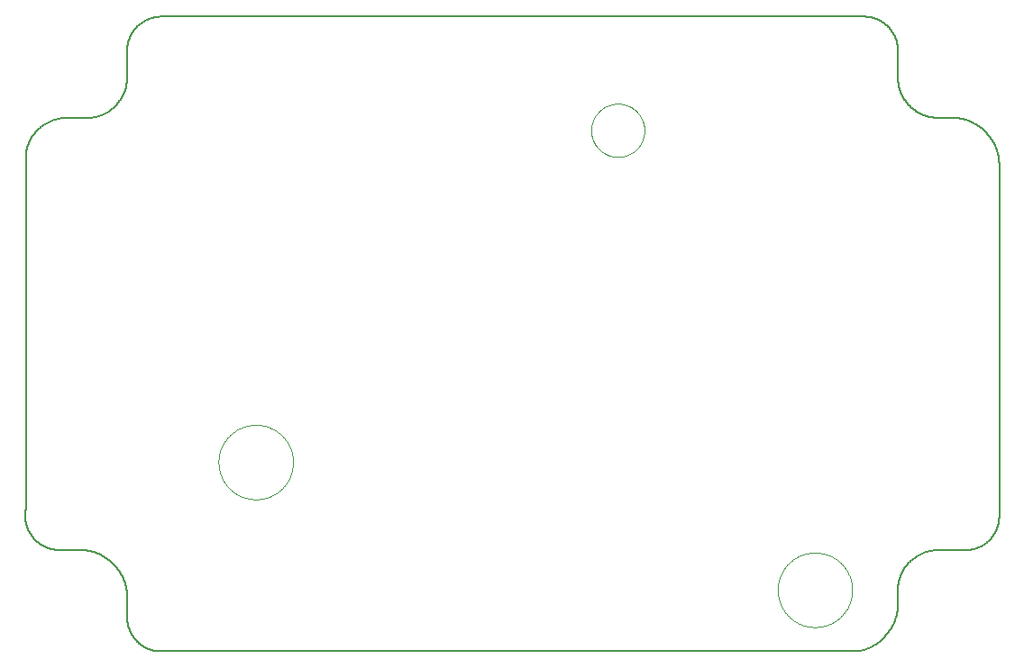
<source format=gko>
G75*
%MOIN*%
%OFA0B0*%
%FSLAX25Y25*%
%IPPOS*%
%LPD*%
%AMOC8*
5,1,8,0,0,1.08239X$1,22.5*
%
%ADD10C,0.00000*%
%ADD11C,0.00600*%
D10*
X0072778Y0072998D02*
X0072782Y0073336D01*
X0072795Y0073674D01*
X0072815Y0074012D01*
X0072844Y0074349D01*
X0072882Y0074685D01*
X0072927Y0075020D01*
X0072981Y0075354D01*
X0073043Y0075686D01*
X0073113Y0076017D01*
X0073191Y0076346D01*
X0073277Y0076673D01*
X0073371Y0076998D01*
X0073474Y0077321D01*
X0073584Y0077640D01*
X0073701Y0077957D01*
X0073827Y0078271D01*
X0073960Y0078582D01*
X0074101Y0078890D01*
X0074249Y0079194D01*
X0074405Y0079494D01*
X0074568Y0079790D01*
X0074738Y0080082D01*
X0074916Y0080370D01*
X0075100Y0080654D01*
X0075292Y0080933D01*
X0075490Y0081207D01*
X0075695Y0081476D01*
X0075906Y0081740D01*
X0076124Y0081999D01*
X0076348Y0082252D01*
X0076578Y0082500D01*
X0076814Y0082742D01*
X0077056Y0082978D01*
X0077304Y0083208D01*
X0077557Y0083432D01*
X0077816Y0083650D01*
X0078080Y0083861D01*
X0078349Y0084066D01*
X0078623Y0084264D01*
X0078902Y0084456D01*
X0079186Y0084640D01*
X0079474Y0084818D01*
X0079766Y0084988D01*
X0080062Y0085151D01*
X0080362Y0085307D01*
X0080666Y0085455D01*
X0080974Y0085596D01*
X0081285Y0085729D01*
X0081599Y0085855D01*
X0081916Y0085972D01*
X0082235Y0086082D01*
X0082558Y0086185D01*
X0082883Y0086279D01*
X0083210Y0086365D01*
X0083539Y0086443D01*
X0083870Y0086513D01*
X0084202Y0086575D01*
X0084536Y0086629D01*
X0084871Y0086674D01*
X0085207Y0086712D01*
X0085544Y0086741D01*
X0085882Y0086761D01*
X0086220Y0086774D01*
X0086558Y0086778D01*
X0086896Y0086774D01*
X0087234Y0086761D01*
X0087572Y0086741D01*
X0087909Y0086712D01*
X0088245Y0086674D01*
X0088580Y0086629D01*
X0088914Y0086575D01*
X0089246Y0086513D01*
X0089577Y0086443D01*
X0089906Y0086365D01*
X0090233Y0086279D01*
X0090558Y0086185D01*
X0090881Y0086082D01*
X0091200Y0085972D01*
X0091517Y0085855D01*
X0091831Y0085729D01*
X0092142Y0085596D01*
X0092450Y0085455D01*
X0092754Y0085307D01*
X0093054Y0085151D01*
X0093350Y0084988D01*
X0093642Y0084818D01*
X0093930Y0084640D01*
X0094214Y0084456D01*
X0094493Y0084264D01*
X0094767Y0084066D01*
X0095036Y0083861D01*
X0095300Y0083650D01*
X0095559Y0083432D01*
X0095812Y0083208D01*
X0096060Y0082978D01*
X0096302Y0082742D01*
X0096538Y0082500D01*
X0096768Y0082252D01*
X0096992Y0081999D01*
X0097210Y0081740D01*
X0097421Y0081476D01*
X0097626Y0081207D01*
X0097824Y0080933D01*
X0098016Y0080654D01*
X0098200Y0080370D01*
X0098378Y0080082D01*
X0098548Y0079790D01*
X0098711Y0079494D01*
X0098867Y0079194D01*
X0099015Y0078890D01*
X0099156Y0078582D01*
X0099289Y0078271D01*
X0099415Y0077957D01*
X0099532Y0077640D01*
X0099642Y0077321D01*
X0099745Y0076998D01*
X0099839Y0076673D01*
X0099925Y0076346D01*
X0100003Y0076017D01*
X0100073Y0075686D01*
X0100135Y0075354D01*
X0100189Y0075020D01*
X0100234Y0074685D01*
X0100272Y0074349D01*
X0100301Y0074012D01*
X0100321Y0073674D01*
X0100334Y0073336D01*
X0100338Y0072998D01*
X0100334Y0072660D01*
X0100321Y0072322D01*
X0100301Y0071984D01*
X0100272Y0071647D01*
X0100234Y0071311D01*
X0100189Y0070976D01*
X0100135Y0070642D01*
X0100073Y0070310D01*
X0100003Y0069979D01*
X0099925Y0069650D01*
X0099839Y0069323D01*
X0099745Y0068998D01*
X0099642Y0068675D01*
X0099532Y0068356D01*
X0099415Y0068039D01*
X0099289Y0067725D01*
X0099156Y0067414D01*
X0099015Y0067106D01*
X0098867Y0066802D01*
X0098711Y0066502D01*
X0098548Y0066206D01*
X0098378Y0065914D01*
X0098200Y0065626D01*
X0098016Y0065342D01*
X0097824Y0065063D01*
X0097626Y0064789D01*
X0097421Y0064520D01*
X0097210Y0064256D01*
X0096992Y0063997D01*
X0096768Y0063744D01*
X0096538Y0063496D01*
X0096302Y0063254D01*
X0096060Y0063018D01*
X0095812Y0062788D01*
X0095559Y0062564D01*
X0095300Y0062346D01*
X0095036Y0062135D01*
X0094767Y0061930D01*
X0094493Y0061732D01*
X0094214Y0061540D01*
X0093930Y0061356D01*
X0093642Y0061178D01*
X0093350Y0061008D01*
X0093054Y0060845D01*
X0092754Y0060689D01*
X0092450Y0060541D01*
X0092142Y0060400D01*
X0091831Y0060267D01*
X0091517Y0060141D01*
X0091200Y0060024D01*
X0090881Y0059914D01*
X0090558Y0059811D01*
X0090233Y0059717D01*
X0089906Y0059631D01*
X0089577Y0059553D01*
X0089246Y0059483D01*
X0088914Y0059421D01*
X0088580Y0059367D01*
X0088245Y0059322D01*
X0087909Y0059284D01*
X0087572Y0059255D01*
X0087234Y0059235D01*
X0086896Y0059222D01*
X0086558Y0059218D01*
X0086220Y0059222D01*
X0085882Y0059235D01*
X0085544Y0059255D01*
X0085207Y0059284D01*
X0084871Y0059322D01*
X0084536Y0059367D01*
X0084202Y0059421D01*
X0083870Y0059483D01*
X0083539Y0059553D01*
X0083210Y0059631D01*
X0082883Y0059717D01*
X0082558Y0059811D01*
X0082235Y0059914D01*
X0081916Y0060024D01*
X0081599Y0060141D01*
X0081285Y0060267D01*
X0080974Y0060400D01*
X0080666Y0060541D01*
X0080362Y0060689D01*
X0080062Y0060845D01*
X0079766Y0061008D01*
X0079474Y0061178D01*
X0079186Y0061356D01*
X0078902Y0061540D01*
X0078623Y0061732D01*
X0078349Y0061930D01*
X0078080Y0062135D01*
X0077816Y0062346D01*
X0077557Y0062564D01*
X0077304Y0062788D01*
X0077056Y0063018D01*
X0076814Y0063254D01*
X0076578Y0063496D01*
X0076348Y0063744D01*
X0076124Y0063997D01*
X0075906Y0064256D01*
X0075695Y0064520D01*
X0075490Y0064789D01*
X0075292Y0065063D01*
X0075100Y0065342D01*
X0074916Y0065626D01*
X0074738Y0065914D01*
X0074568Y0066206D01*
X0074405Y0066502D01*
X0074249Y0066802D01*
X0074101Y0067106D01*
X0073960Y0067414D01*
X0073827Y0067725D01*
X0073701Y0068039D01*
X0073584Y0068356D01*
X0073474Y0068675D01*
X0073371Y0068998D01*
X0073277Y0069323D01*
X0073191Y0069650D01*
X0073113Y0069979D01*
X0073043Y0070310D01*
X0072981Y0070642D01*
X0072927Y0070976D01*
X0072882Y0071311D01*
X0072844Y0071647D01*
X0072815Y0071984D01*
X0072795Y0072322D01*
X0072782Y0072660D01*
X0072778Y0072998D01*
X0210596Y0195835D02*
X0210599Y0196077D01*
X0210608Y0196318D01*
X0210623Y0196559D01*
X0210643Y0196800D01*
X0210670Y0197040D01*
X0210703Y0197279D01*
X0210741Y0197518D01*
X0210785Y0197755D01*
X0210835Y0197992D01*
X0210891Y0198227D01*
X0210953Y0198460D01*
X0211020Y0198692D01*
X0211093Y0198923D01*
X0211171Y0199151D01*
X0211256Y0199377D01*
X0211345Y0199602D01*
X0211440Y0199824D01*
X0211541Y0200043D01*
X0211647Y0200261D01*
X0211758Y0200475D01*
X0211875Y0200687D01*
X0211996Y0200895D01*
X0212123Y0201101D01*
X0212255Y0201303D01*
X0212392Y0201503D01*
X0212533Y0201698D01*
X0212679Y0201891D01*
X0212830Y0202079D01*
X0212986Y0202264D01*
X0213146Y0202445D01*
X0213310Y0202622D01*
X0213479Y0202795D01*
X0213652Y0202964D01*
X0213829Y0203128D01*
X0214010Y0203288D01*
X0214195Y0203444D01*
X0214383Y0203595D01*
X0214576Y0203741D01*
X0214771Y0203882D01*
X0214971Y0204019D01*
X0215173Y0204151D01*
X0215379Y0204278D01*
X0215587Y0204399D01*
X0215799Y0204516D01*
X0216013Y0204627D01*
X0216231Y0204733D01*
X0216450Y0204834D01*
X0216672Y0204929D01*
X0216897Y0205018D01*
X0217123Y0205103D01*
X0217351Y0205181D01*
X0217582Y0205254D01*
X0217814Y0205321D01*
X0218047Y0205383D01*
X0218282Y0205439D01*
X0218519Y0205489D01*
X0218756Y0205533D01*
X0218995Y0205571D01*
X0219234Y0205604D01*
X0219474Y0205631D01*
X0219715Y0205651D01*
X0219956Y0205666D01*
X0220197Y0205675D01*
X0220439Y0205678D01*
X0220681Y0205675D01*
X0220922Y0205666D01*
X0221163Y0205651D01*
X0221404Y0205631D01*
X0221644Y0205604D01*
X0221883Y0205571D01*
X0222122Y0205533D01*
X0222359Y0205489D01*
X0222596Y0205439D01*
X0222831Y0205383D01*
X0223064Y0205321D01*
X0223296Y0205254D01*
X0223527Y0205181D01*
X0223755Y0205103D01*
X0223981Y0205018D01*
X0224206Y0204929D01*
X0224428Y0204834D01*
X0224647Y0204733D01*
X0224865Y0204627D01*
X0225079Y0204516D01*
X0225291Y0204399D01*
X0225499Y0204278D01*
X0225705Y0204151D01*
X0225907Y0204019D01*
X0226107Y0203882D01*
X0226302Y0203741D01*
X0226495Y0203595D01*
X0226683Y0203444D01*
X0226868Y0203288D01*
X0227049Y0203128D01*
X0227226Y0202964D01*
X0227399Y0202795D01*
X0227568Y0202622D01*
X0227732Y0202445D01*
X0227892Y0202264D01*
X0228048Y0202079D01*
X0228199Y0201891D01*
X0228345Y0201698D01*
X0228486Y0201503D01*
X0228623Y0201303D01*
X0228755Y0201101D01*
X0228882Y0200895D01*
X0229003Y0200687D01*
X0229120Y0200475D01*
X0229231Y0200261D01*
X0229337Y0200043D01*
X0229438Y0199824D01*
X0229533Y0199602D01*
X0229622Y0199377D01*
X0229707Y0199151D01*
X0229785Y0198923D01*
X0229858Y0198692D01*
X0229925Y0198460D01*
X0229987Y0198227D01*
X0230043Y0197992D01*
X0230093Y0197755D01*
X0230137Y0197518D01*
X0230175Y0197279D01*
X0230208Y0197040D01*
X0230235Y0196800D01*
X0230255Y0196559D01*
X0230270Y0196318D01*
X0230279Y0196077D01*
X0230282Y0195835D01*
X0230279Y0195593D01*
X0230270Y0195352D01*
X0230255Y0195111D01*
X0230235Y0194870D01*
X0230208Y0194630D01*
X0230175Y0194391D01*
X0230137Y0194152D01*
X0230093Y0193915D01*
X0230043Y0193678D01*
X0229987Y0193443D01*
X0229925Y0193210D01*
X0229858Y0192978D01*
X0229785Y0192747D01*
X0229707Y0192519D01*
X0229622Y0192293D01*
X0229533Y0192068D01*
X0229438Y0191846D01*
X0229337Y0191627D01*
X0229231Y0191409D01*
X0229120Y0191195D01*
X0229003Y0190983D01*
X0228882Y0190775D01*
X0228755Y0190569D01*
X0228623Y0190367D01*
X0228486Y0190167D01*
X0228345Y0189972D01*
X0228199Y0189779D01*
X0228048Y0189591D01*
X0227892Y0189406D01*
X0227732Y0189225D01*
X0227568Y0189048D01*
X0227399Y0188875D01*
X0227226Y0188706D01*
X0227049Y0188542D01*
X0226868Y0188382D01*
X0226683Y0188226D01*
X0226495Y0188075D01*
X0226302Y0187929D01*
X0226107Y0187788D01*
X0225907Y0187651D01*
X0225705Y0187519D01*
X0225499Y0187392D01*
X0225291Y0187271D01*
X0225079Y0187154D01*
X0224865Y0187043D01*
X0224647Y0186937D01*
X0224428Y0186836D01*
X0224206Y0186741D01*
X0223981Y0186652D01*
X0223755Y0186567D01*
X0223527Y0186489D01*
X0223296Y0186416D01*
X0223064Y0186349D01*
X0222831Y0186287D01*
X0222596Y0186231D01*
X0222359Y0186181D01*
X0222122Y0186137D01*
X0221883Y0186099D01*
X0221644Y0186066D01*
X0221404Y0186039D01*
X0221163Y0186019D01*
X0220922Y0186004D01*
X0220681Y0185995D01*
X0220439Y0185992D01*
X0220197Y0185995D01*
X0219956Y0186004D01*
X0219715Y0186019D01*
X0219474Y0186039D01*
X0219234Y0186066D01*
X0218995Y0186099D01*
X0218756Y0186137D01*
X0218519Y0186181D01*
X0218282Y0186231D01*
X0218047Y0186287D01*
X0217814Y0186349D01*
X0217582Y0186416D01*
X0217351Y0186489D01*
X0217123Y0186567D01*
X0216897Y0186652D01*
X0216672Y0186741D01*
X0216450Y0186836D01*
X0216231Y0186937D01*
X0216013Y0187043D01*
X0215799Y0187154D01*
X0215587Y0187271D01*
X0215379Y0187392D01*
X0215173Y0187519D01*
X0214971Y0187651D01*
X0214771Y0187788D01*
X0214576Y0187929D01*
X0214383Y0188075D01*
X0214195Y0188226D01*
X0214010Y0188382D01*
X0213829Y0188542D01*
X0213652Y0188706D01*
X0213479Y0188875D01*
X0213310Y0189048D01*
X0213146Y0189225D01*
X0212986Y0189406D01*
X0212830Y0189591D01*
X0212679Y0189779D01*
X0212533Y0189972D01*
X0212392Y0190167D01*
X0212255Y0190367D01*
X0212123Y0190569D01*
X0211996Y0190775D01*
X0211875Y0190983D01*
X0211758Y0191195D01*
X0211647Y0191409D01*
X0211541Y0191627D01*
X0211440Y0191846D01*
X0211345Y0192068D01*
X0211256Y0192293D01*
X0211171Y0192519D01*
X0211093Y0192747D01*
X0211020Y0192978D01*
X0210953Y0193210D01*
X0210891Y0193443D01*
X0210835Y0193678D01*
X0210785Y0193915D01*
X0210741Y0194152D01*
X0210703Y0194391D01*
X0210670Y0194630D01*
X0210643Y0194870D01*
X0210623Y0195111D01*
X0210608Y0195352D01*
X0210599Y0195593D01*
X0210596Y0195835D01*
X0279559Y0025685D02*
X0279563Y0026023D01*
X0279576Y0026361D01*
X0279596Y0026699D01*
X0279625Y0027036D01*
X0279663Y0027372D01*
X0279708Y0027707D01*
X0279762Y0028041D01*
X0279824Y0028373D01*
X0279894Y0028704D01*
X0279972Y0029033D01*
X0280058Y0029360D01*
X0280152Y0029685D01*
X0280255Y0030008D01*
X0280365Y0030327D01*
X0280482Y0030644D01*
X0280608Y0030958D01*
X0280741Y0031269D01*
X0280882Y0031577D01*
X0281030Y0031881D01*
X0281186Y0032181D01*
X0281349Y0032477D01*
X0281519Y0032769D01*
X0281697Y0033057D01*
X0281881Y0033341D01*
X0282073Y0033620D01*
X0282271Y0033894D01*
X0282476Y0034163D01*
X0282687Y0034427D01*
X0282905Y0034686D01*
X0283129Y0034939D01*
X0283359Y0035187D01*
X0283595Y0035429D01*
X0283837Y0035665D01*
X0284085Y0035895D01*
X0284338Y0036119D01*
X0284597Y0036337D01*
X0284861Y0036548D01*
X0285130Y0036753D01*
X0285404Y0036951D01*
X0285683Y0037143D01*
X0285967Y0037327D01*
X0286255Y0037505D01*
X0286547Y0037675D01*
X0286843Y0037838D01*
X0287143Y0037994D01*
X0287447Y0038142D01*
X0287755Y0038283D01*
X0288066Y0038416D01*
X0288380Y0038542D01*
X0288697Y0038659D01*
X0289016Y0038769D01*
X0289339Y0038872D01*
X0289664Y0038966D01*
X0289991Y0039052D01*
X0290320Y0039130D01*
X0290651Y0039200D01*
X0290983Y0039262D01*
X0291317Y0039316D01*
X0291652Y0039361D01*
X0291988Y0039399D01*
X0292325Y0039428D01*
X0292663Y0039448D01*
X0293001Y0039461D01*
X0293339Y0039465D01*
X0293677Y0039461D01*
X0294015Y0039448D01*
X0294353Y0039428D01*
X0294690Y0039399D01*
X0295026Y0039361D01*
X0295361Y0039316D01*
X0295695Y0039262D01*
X0296027Y0039200D01*
X0296358Y0039130D01*
X0296687Y0039052D01*
X0297014Y0038966D01*
X0297339Y0038872D01*
X0297662Y0038769D01*
X0297981Y0038659D01*
X0298298Y0038542D01*
X0298612Y0038416D01*
X0298923Y0038283D01*
X0299231Y0038142D01*
X0299535Y0037994D01*
X0299835Y0037838D01*
X0300131Y0037675D01*
X0300423Y0037505D01*
X0300711Y0037327D01*
X0300995Y0037143D01*
X0301274Y0036951D01*
X0301548Y0036753D01*
X0301817Y0036548D01*
X0302081Y0036337D01*
X0302340Y0036119D01*
X0302593Y0035895D01*
X0302841Y0035665D01*
X0303083Y0035429D01*
X0303319Y0035187D01*
X0303549Y0034939D01*
X0303773Y0034686D01*
X0303991Y0034427D01*
X0304202Y0034163D01*
X0304407Y0033894D01*
X0304605Y0033620D01*
X0304797Y0033341D01*
X0304981Y0033057D01*
X0305159Y0032769D01*
X0305329Y0032477D01*
X0305492Y0032181D01*
X0305648Y0031881D01*
X0305796Y0031577D01*
X0305937Y0031269D01*
X0306070Y0030958D01*
X0306196Y0030644D01*
X0306313Y0030327D01*
X0306423Y0030008D01*
X0306526Y0029685D01*
X0306620Y0029360D01*
X0306706Y0029033D01*
X0306784Y0028704D01*
X0306854Y0028373D01*
X0306916Y0028041D01*
X0306970Y0027707D01*
X0307015Y0027372D01*
X0307053Y0027036D01*
X0307082Y0026699D01*
X0307102Y0026361D01*
X0307115Y0026023D01*
X0307119Y0025685D01*
X0307115Y0025347D01*
X0307102Y0025009D01*
X0307082Y0024671D01*
X0307053Y0024334D01*
X0307015Y0023998D01*
X0306970Y0023663D01*
X0306916Y0023329D01*
X0306854Y0022997D01*
X0306784Y0022666D01*
X0306706Y0022337D01*
X0306620Y0022010D01*
X0306526Y0021685D01*
X0306423Y0021362D01*
X0306313Y0021043D01*
X0306196Y0020726D01*
X0306070Y0020412D01*
X0305937Y0020101D01*
X0305796Y0019793D01*
X0305648Y0019489D01*
X0305492Y0019189D01*
X0305329Y0018893D01*
X0305159Y0018601D01*
X0304981Y0018313D01*
X0304797Y0018029D01*
X0304605Y0017750D01*
X0304407Y0017476D01*
X0304202Y0017207D01*
X0303991Y0016943D01*
X0303773Y0016684D01*
X0303549Y0016431D01*
X0303319Y0016183D01*
X0303083Y0015941D01*
X0302841Y0015705D01*
X0302593Y0015475D01*
X0302340Y0015251D01*
X0302081Y0015033D01*
X0301817Y0014822D01*
X0301548Y0014617D01*
X0301274Y0014419D01*
X0300995Y0014227D01*
X0300711Y0014043D01*
X0300423Y0013865D01*
X0300131Y0013695D01*
X0299835Y0013532D01*
X0299535Y0013376D01*
X0299231Y0013228D01*
X0298923Y0013087D01*
X0298612Y0012954D01*
X0298298Y0012828D01*
X0297981Y0012711D01*
X0297662Y0012601D01*
X0297339Y0012498D01*
X0297014Y0012404D01*
X0296687Y0012318D01*
X0296358Y0012240D01*
X0296027Y0012170D01*
X0295695Y0012108D01*
X0295361Y0012054D01*
X0295026Y0012009D01*
X0294690Y0011971D01*
X0294353Y0011942D01*
X0294015Y0011922D01*
X0293677Y0011909D01*
X0293339Y0011905D01*
X0293001Y0011909D01*
X0292663Y0011922D01*
X0292325Y0011942D01*
X0291988Y0011971D01*
X0291652Y0012009D01*
X0291317Y0012054D01*
X0290983Y0012108D01*
X0290651Y0012170D01*
X0290320Y0012240D01*
X0289991Y0012318D01*
X0289664Y0012404D01*
X0289339Y0012498D01*
X0289016Y0012601D01*
X0288697Y0012711D01*
X0288380Y0012828D01*
X0288066Y0012954D01*
X0287755Y0013087D01*
X0287447Y0013228D01*
X0287143Y0013376D01*
X0286843Y0013532D01*
X0286547Y0013695D01*
X0286255Y0013865D01*
X0285967Y0014043D01*
X0285683Y0014227D01*
X0285404Y0014419D01*
X0285130Y0014617D01*
X0284861Y0014822D01*
X0284597Y0015033D01*
X0284338Y0015251D01*
X0284085Y0015475D01*
X0283837Y0015705D01*
X0283595Y0015941D01*
X0283359Y0016183D01*
X0283129Y0016431D01*
X0282905Y0016684D01*
X0282687Y0016943D01*
X0282476Y0017207D01*
X0282271Y0017476D01*
X0282073Y0017750D01*
X0281881Y0018029D01*
X0281697Y0018313D01*
X0281519Y0018601D01*
X0281349Y0018893D01*
X0281186Y0019189D01*
X0281030Y0019489D01*
X0280882Y0019793D01*
X0280741Y0020101D01*
X0280608Y0020412D01*
X0280482Y0020726D01*
X0280365Y0021043D01*
X0280255Y0021362D01*
X0280152Y0021685D01*
X0280058Y0022010D01*
X0279972Y0022337D01*
X0279894Y0022666D01*
X0279824Y0022997D01*
X0279762Y0023329D01*
X0279708Y0023663D01*
X0279663Y0023998D01*
X0279625Y0024334D01*
X0279596Y0024671D01*
X0279576Y0025009D01*
X0279563Y0025347D01*
X0279559Y0025685D01*
D11*
X0039008Y0022962D02*
X0039003Y0023385D01*
X0038988Y0023807D01*
X0038962Y0024230D01*
X0038926Y0024651D01*
X0038880Y0025071D01*
X0038824Y0025491D01*
X0038758Y0025908D01*
X0038682Y0026324D01*
X0038596Y0026738D01*
X0038499Y0027150D01*
X0038393Y0027559D01*
X0038277Y0027966D01*
X0038151Y0028370D01*
X0038016Y0028770D01*
X0037871Y0029168D01*
X0037716Y0029561D01*
X0037552Y0029951D01*
X0037378Y0030337D01*
X0037195Y0030718D01*
X0037003Y0031095D01*
X0036802Y0031467D01*
X0036592Y0031834D01*
X0036374Y0032196D01*
X0036146Y0032552D01*
X0035910Y0032903D01*
X0035666Y0033248D01*
X0035413Y0033587D01*
X0035152Y0033920D01*
X0034884Y0034247D01*
X0034607Y0034567D01*
X0034323Y0034880D01*
X0034031Y0035186D01*
X0033732Y0035485D01*
X0033426Y0035777D01*
X0033113Y0036061D01*
X0032793Y0036338D01*
X0032466Y0036606D01*
X0032133Y0036867D01*
X0031794Y0037120D01*
X0031449Y0037364D01*
X0031098Y0037600D01*
X0030742Y0037828D01*
X0030380Y0038046D01*
X0030013Y0038256D01*
X0029641Y0038457D01*
X0029264Y0038649D01*
X0028883Y0038832D01*
X0028497Y0039006D01*
X0028107Y0039170D01*
X0027714Y0039325D01*
X0027316Y0039470D01*
X0026916Y0039605D01*
X0026512Y0039731D01*
X0026105Y0039847D01*
X0025696Y0039953D01*
X0025284Y0040050D01*
X0024870Y0040136D01*
X0024454Y0040212D01*
X0024037Y0040278D01*
X0023617Y0040334D01*
X0023197Y0040380D01*
X0022776Y0040416D01*
X0022353Y0040442D01*
X0021931Y0040457D01*
X0021508Y0040462D01*
X0021508Y0040463D02*
X0014008Y0040463D01*
X0013699Y0040467D01*
X0013390Y0040478D01*
X0013081Y0040497D01*
X0012773Y0040523D01*
X0012466Y0040557D01*
X0012159Y0040598D01*
X0011854Y0040647D01*
X0011550Y0040703D01*
X0011247Y0040767D01*
X0010946Y0040837D01*
X0010647Y0040916D01*
X0010350Y0041001D01*
X0010054Y0041094D01*
X0009762Y0041193D01*
X0009472Y0041300D01*
X0009184Y0041414D01*
X0008899Y0041535D01*
X0008618Y0041663D01*
X0008339Y0041797D01*
X0008064Y0041939D01*
X0007793Y0042087D01*
X0007525Y0042241D01*
X0007261Y0042402D01*
X0007001Y0042569D01*
X0006745Y0042743D01*
X0006493Y0042923D01*
X0006246Y0043109D01*
X0006004Y0043301D01*
X0005766Y0043498D01*
X0005533Y0043702D01*
X0005305Y0043911D01*
X0005082Y0044125D01*
X0004865Y0044345D01*
X0004653Y0044570D01*
X0004446Y0044800D01*
X0004245Y0045036D01*
X0004050Y0045275D01*
X0003861Y0045520D01*
X0003678Y0045769D01*
X0003501Y0046023D01*
X0003330Y0046281D01*
X0003166Y0046542D01*
X0003008Y0046808D01*
X0002856Y0047078D01*
X0002711Y0047351D01*
X0002573Y0047628D01*
X0002441Y0047907D01*
X0002317Y0048190D01*
X0002199Y0048476D01*
X0002088Y0048765D01*
X0001985Y0049056D01*
X0001888Y0049350D01*
X0001799Y0049646D01*
X0001716Y0049944D01*
X0001642Y0050244D01*
X0001574Y0050546D01*
X0001514Y0050850D01*
X0001461Y0051154D01*
X0001416Y0051460D01*
X0001378Y0051767D01*
X0001347Y0052075D01*
X0001324Y0052383D01*
X0001309Y0052692D01*
X0001301Y0053001D01*
X0001301Y0053310D01*
X0001308Y0053620D01*
X0001323Y0053929D01*
X0001345Y0054237D01*
X0001374Y0054545D01*
X0001412Y0054852D01*
X0001456Y0055158D01*
X0001508Y0055463D01*
X0001508Y0055462D02*
X0001508Y0185462D01*
X0001512Y0185824D01*
X0001526Y0186187D01*
X0001547Y0186549D01*
X0001578Y0186910D01*
X0001617Y0187270D01*
X0001665Y0187629D01*
X0001722Y0187987D01*
X0001787Y0188344D01*
X0001861Y0188699D01*
X0001944Y0189052D01*
X0002035Y0189403D01*
X0002134Y0189751D01*
X0002242Y0190097D01*
X0002358Y0190441D01*
X0002483Y0190781D01*
X0002615Y0191118D01*
X0002756Y0191452D01*
X0002905Y0191783D01*
X0003062Y0192110D01*
X0003226Y0192433D01*
X0003398Y0192752D01*
X0003578Y0193066D01*
X0003766Y0193377D01*
X0003961Y0193682D01*
X0004163Y0193983D01*
X0004373Y0194279D01*
X0004589Y0194569D01*
X0004813Y0194855D01*
X0005043Y0195135D01*
X0005280Y0195409D01*
X0005524Y0195677D01*
X0005774Y0195940D01*
X0006030Y0196196D01*
X0006293Y0196446D01*
X0006561Y0196690D01*
X0006835Y0196927D01*
X0007115Y0197157D01*
X0007401Y0197381D01*
X0007691Y0197597D01*
X0007987Y0197807D01*
X0008288Y0198009D01*
X0008593Y0198204D01*
X0008904Y0198392D01*
X0009218Y0198572D01*
X0009537Y0198744D01*
X0009860Y0198908D01*
X0010187Y0199065D01*
X0010518Y0199214D01*
X0010852Y0199355D01*
X0011189Y0199487D01*
X0011529Y0199612D01*
X0011873Y0199728D01*
X0012219Y0199836D01*
X0012567Y0199935D01*
X0012918Y0200026D01*
X0013271Y0200109D01*
X0013626Y0200183D01*
X0013983Y0200248D01*
X0014341Y0200305D01*
X0014700Y0200353D01*
X0015060Y0200392D01*
X0015421Y0200423D01*
X0015783Y0200444D01*
X0016146Y0200458D01*
X0016508Y0200462D01*
X0024008Y0200462D01*
X0024370Y0200466D01*
X0024733Y0200480D01*
X0025095Y0200501D01*
X0025456Y0200532D01*
X0025816Y0200571D01*
X0026175Y0200619D01*
X0026533Y0200676D01*
X0026890Y0200741D01*
X0027245Y0200815D01*
X0027598Y0200898D01*
X0027949Y0200989D01*
X0028297Y0201088D01*
X0028643Y0201196D01*
X0028987Y0201312D01*
X0029327Y0201437D01*
X0029664Y0201569D01*
X0029998Y0201710D01*
X0030329Y0201859D01*
X0030656Y0202016D01*
X0030979Y0202180D01*
X0031298Y0202352D01*
X0031612Y0202532D01*
X0031923Y0202720D01*
X0032228Y0202915D01*
X0032529Y0203117D01*
X0032825Y0203327D01*
X0033115Y0203543D01*
X0033401Y0203767D01*
X0033681Y0203997D01*
X0033955Y0204234D01*
X0034223Y0204478D01*
X0034486Y0204728D01*
X0034742Y0204984D01*
X0034992Y0205247D01*
X0035236Y0205515D01*
X0035473Y0205789D01*
X0035703Y0206069D01*
X0035927Y0206355D01*
X0036143Y0206645D01*
X0036353Y0206941D01*
X0036555Y0207242D01*
X0036750Y0207547D01*
X0036938Y0207858D01*
X0037118Y0208172D01*
X0037290Y0208491D01*
X0037454Y0208814D01*
X0037611Y0209141D01*
X0037760Y0209472D01*
X0037901Y0209806D01*
X0038033Y0210143D01*
X0038158Y0210483D01*
X0038274Y0210827D01*
X0038382Y0211173D01*
X0038481Y0211521D01*
X0038572Y0211872D01*
X0038655Y0212225D01*
X0038729Y0212580D01*
X0038794Y0212937D01*
X0038851Y0213295D01*
X0038899Y0213654D01*
X0038938Y0214014D01*
X0038969Y0214375D01*
X0038990Y0214737D01*
X0039004Y0215100D01*
X0039008Y0215462D01*
X0039008Y0225462D01*
X0039012Y0225764D01*
X0039023Y0226066D01*
X0039041Y0226367D01*
X0039066Y0226668D01*
X0039099Y0226969D01*
X0039139Y0227268D01*
X0039186Y0227566D01*
X0039241Y0227864D01*
X0039302Y0228159D01*
X0039371Y0228453D01*
X0039447Y0228746D01*
X0039530Y0229036D01*
X0039620Y0229325D01*
X0039717Y0229611D01*
X0039820Y0229895D01*
X0039931Y0230176D01*
X0040048Y0230454D01*
X0040172Y0230730D01*
X0040303Y0231002D01*
X0040440Y0231271D01*
X0040583Y0231537D01*
X0040733Y0231799D01*
X0040890Y0232058D01*
X0041052Y0232312D01*
X0041221Y0232563D01*
X0041395Y0232809D01*
X0041576Y0233052D01*
X0041762Y0233289D01*
X0041954Y0233523D01*
X0042152Y0233751D01*
X0042355Y0233975D01*
X0042563Y0234193D01*
X0042777Y0234407D01*
X0042995Y0234615D01*
X0043219Y0234818D01*
X0043447Y0235016D01*
X0043681Y0235208D01*
X0043918Y0235394D01*
X0044161Y0235575D01*
X0044407Y0235749D01*
X0044658Y0235918D01*
X0044912Y0236080D01*
X0045171Y0236237D01*
X0045433Y0236387D01*
X0045699Y0236530D01*
X0045968Y0236667D01*
X0046240Y0236798D01*
X0046516Y0236922D01*
X0046794Y0237039D01*
X0047075Y0237150D01*
X0047359Y0237253D01*
X0047645Y0237350D01*
X0047934Y0237440D01*
X0048224Y0237523D01*
X0048517Y0237599D01*
X0048811Y0237668D01*
X0049106Y0237729D01*
X0049404Y0237784D01*
X0049702Y0237831D01*
X0050001Y0237871D01*
X0050302Y0237904D01*
X0050603Y0237929D01*
X0050904Y0237947D01*
X0051206Y0237958D01*
X0051508Y0237962D01*
X0311508Y0237962D01*
X0311810Y0237958D01*
X0312112Y0237947D01*
X0312413Y0237929D01*
X0312714Y0237904D01*
X0313015Y0237871D01*
X0313314Y0237831D01*
X0313612Y0237784D01*
X0313910Y0237729D01*
X0314205Y0237668D01*
X0314499Y0237599D01*
X0314792Y0237523D01*
X0315082Y0237440D01*
X0315371Y0237350D01*
X0315657Y0237253D01*
X0315941Y0237150D01*
X0316222Y0237039D01*
X0316500Y0236922D01*
X0316776Y0236798D01*
X0317048Y0236667D01*
X0317317Y0236530D01*
X0317583Y0236387D01*
X0317845Y0236237D01*
X0318104Y0236080D01*
X0318358Y0235918D01*
X0318609Y0235749D01*
X0318855Y0235575D01*
X0319098Y0235394D01*
X0319335Y0235208D01*
X0319569Y0235016D01*
X0319797Y0234818D01*
X0320021Y0234615D01*
X0320239Y0234407D01*
X0320453Y0234193D01*
X0320661Y0233975D01*
X0320864Y0233751D01*
X0321062Y0233523D01*
X0321254Y0233289D01*
X0321440Y0233052D01*
X0321621Y0232809D01*
X0321795Y0232563D01*
X0321964Y0232312D01*
X0322126Y0232058D01*
X0322283Y0231799D01*
X0322433Y0231537D01*
X0322576Y0231271D01*
X0322713Y0231002D01*
X0322844Y0230730D01*
X0322968Y0230454D01*
X0323085Y0230176D01*
X0323196Y0229895D01*
X0323299Y0229611D01*
X0323396Y0229325D01*
X0323486Y0229036D01*
X0323569Y0228746D01*
X0323645Y0228453D01*
X0323714Y0228159D01*
X0323775Y0227864D01*
X0323830Y0227566D01*
X0323877Y0227268D01*
X0323917Y0226969D01*
X0323950Y0226668D01*
X0323975Y0226367D01*
X0323993Y0226066D01*
X0324004Y0225764D01*
X0324008Y0225462D01*
X0324008Y0215462D01*
X0324012Y0215100D01*
X0324026Y0214737D01*
X0324047Y0214375D01*
X0324078Y0214014D01*
X0324117Y0213654D01*
X0324165Y0213295D01*
X0324222Y0212937D01*
X0324287Y0212580D01*
X0324361Y0212225D01*
X0324444Y0211872D01*
X0324535Y0211521D01*
X0324634Y0211173D01*
X0324742Y0210827D01*
X0324858Y0210483D01*
X0324983Y0210143D01*
X0325115Y0209806D01*
X0325256Y0209472D01*
X0325405Y0209141D01*
X0325562Y0208814D01*
X0325726Y0208491D01*
X0325898Y0208172D01*
X0326078Y0207858D01*
X0326266Y0207547D01*
X0326461Y0207242D01*
X0326663Y0206941D01*
X0326873Y0206645D01*
X0327089Y0206355D01*
X0327313Y0206069D01*
X0327543Y0205789D01*
X0327780Y0205515D01*
X0328024Y0205247D01*
X0328274Y0204984D01*
X0328530Y0204728D01*
X0328793Y0204478D01*
X0329061Y0204234D01*
X0329335Y0203997D01*
X0329615Y0203767D01*
X0329901Y0203543D01*
X0330191Y0203327D01*
X0330487Y0203117D01*
X0330788Y0202915D01*
X0331093Y0202720D01*
X0331404Y0202532D01*
X0331718Y0202352D01*
X0332037Y0202180D01*
X0332360Y0202016D01*
X0332687Y0201859D01*
X0333018Y0201710D01*
X0333352Y0201569D01*
X0333689Y0201437D01*
X0334029Y0201312D01*
X0334373Y0201196D01*
X0334719Y0201088D01*
X0335067Y0200989D01*
X0335418Y0200898D01*
X0335771Y0200815D01*
X0336126Y0200741D01*
X0336483Y0200676D01*
X0336841Y0200619D01*
X0337200Y0200571D01*
X0337560Y0200532D01*
X0337921Y0200501D01*
X0338283Y0200480D01*
X0338646Y0200466D01*
X0339008Y0200462D01*
X0344008Y0200462D01*
X0344431Y0200457D01*
X0344853Y0200442D01*
X0345276Y0200416D01*
X0345697Y0200380D01*
X0346117Y0200334D01*
X0346537Y0200278D01*
X0346954Y0200212D01*
X0347370Y0200136D01*
X0347784Y0200050D01*
X0348196Y0199953D01*
X0348605Y0199847D01*
X0349012Y0199731D01*
X0349416Y0199605D01*
X0349816Y0199470D01*
X0350214Y0199325D01*
X0350607Y0199170D01*
X0350997Y0199006D01*
X0351383Y0198832D01*
X0351764Y0198649D01*
X0352141Y0198457D01*
X0352513Y0198256D01*
X0352880Y0198046D01*
X0353242Y0197828D01*
X0353598Y0197600D01*
X0353949Y0197364D01*
X0354294Y0197120D01*
X0354633Y0196867D01*
X0354966Y0196606D01*
X0355293Y0196338D01*
X0355613Y0196061D01*
X0355926Y0195777D01*
X0356232Y0195485D01*
X0356531Y0195186D01*
X0356823Y0194880D01*
X0357107Y0194567D01*
X0357384Y0194247D01*
X0357652Y0193920D01*
X0357913Y0193587D01*
X0358166Y0193248D01*
X0358410Y0192903D01*
X0358646Y0192552D01*
X0358874Y0192196D01*
X0359092Y0191834D01*
X0359302Y0191467D01*
X0359503Y0191095D01*
X0359695Y0190718D01*
X0359878Y0190337D01*
X0360052Y0189951D01*
X0360216Y0189561D01*
X0360371Y0189168D01*
X0360516Y0188770D01*
X0360651Y0188370D01*
X0360777Y0187966D01*
X0360893Y0187559D01*
X0360999Y0187150D01*
X0361096Y0186738D01*
X0361182Y0186324D01*
X0361258Y0185908D01*
X0361324Y0185491D01*
X0361380Y0185071D01*
X0361426Y0184651D01*
X0361462Y0184230D01*
X0361488Y0183807D01*
X0361503Y0183385D01*
X0361508Y0182962D01*
X0361508Y0052962D01*
X0361504Y0052660D01*
X0361493Y0052358D01*
X0361475Y0052057D01*
X0361450Y0051756D01*
X0361417Y0051455D01*
X0361377Y0051156D01*
X0361330Y0050858D01*
X0361275Y0050560D01*
X0361214Y0050265D01*
X0361145Y0049971D01*
X0361069Y0049678D01*
X0360986Y0049388D01*
X0360896Y0049099D01*
X0360799Y0048813D01*
X0360696Y0048529D01*
X0360585Y0048248D01*
X0360468Y0047970D01*
X0360344Y0047694D01*
X0360213Y0047422D01*
X0360076Y0047153D01*
X0359933Y0046887D01*
X0359783Y0046625D01*
X0359626Y0046366D01*
X0359464Y0046112D01*
X0359295Y0045861D01*
X0359121Y0045615D01*
X0358940Y0045372D01*
X0358754Y0045135D01*
X0358562Y0044901D01*
X0358364Y0044673D01*
X0358161Y0044449D01*
X0357953Y0044231D01*
X0357739Y0044017D01*
X0357521Y0043809D01*
X0357297Y0043606D01*
X0357069Y0043408D01*
X0356835Y0043216D01*
X0356598Y0043030D01*
X0356355Y0042849D01*
X0356109Y0042675D01*
X0355858Y0042506D01*
X0355604Y0042344D01*
X0355345Y0042187D01*
X0355083Y0042037D01*
X0354817Y0041894D01*
X0354548Y0041757D01*
X0354276Y0041626D01*
X0354000Y0041502D01*
X0353722Y0041385D01*
X0353441Y0041274D01*
X0353157Y0041171D01*
X0352871Y0041074D01*
X0352582Y0040984D01*
X0352292Y0040901D01*
X0351999Y0040825D01*
X0351705Y0040756D01*
X0351410Y0040695D01*
X0351112Y0040640D01*
X0350814Y0040593D01*
X0350515Y0040553D01*
X0350214Y0040520D01*
X0349913Y0040495D01*
X0349612Y0040477D01*
X0349310Y0040466D01*
X0349008Y0040462D01*
X0349008Y0040463D02*
X0339008Y0040463D01*
X0339008Y0040462D02*
X0338646Y0040458D01*
X0338283Y0040444D01*
X0337921Y0040423D01*
X0337560Y0040392D01*
X0337200Y0040353D01*
X0336841Y0040305D01*
X0336483Y0040248D01*
X0336126Y0040183D01*
X0335771Y0040109D01*
X0335418Y0040026D01*
X0335067Y0039935D01*
X0334719Y0039836D01*
X0334373Y0039728D01*
X0334029Y0039612D01*
X0333689Y0039487D01*
X0333352Y0039355D01*
X0333018Y0039214D01*
X0332687Y0039065D01*
X0332360Y0038908D01*
X0332037Y0038744D01*
X0331718Y0038572D01*
X0331404Y0038392D01*
X0331093Y0038204D01*
X0330788Y0038009D01*
X0330487Y0037807D01*
X0330191Y0037597D01*
X0329901Y0037381D01*
X0329615Y0037157D01*
X0329335Y0036927D01*
X0329061Y0036690D01*
X0328793Y0036446D01*
X0328530Y0036196D01*
X0328274Y0035940D01*
X0328024Y0035677D01*
X0327780Y0035409D01*
X0327543Y0035135D01*
X0327313Y0034855D01*
X0327089Y0034569D01*
X0326873Y0034279D01*
X0326663Y0033983D01*
X0326461Y0033682D01*
X0326266Y0033377D01*
X0326078Y0033066D01*
X0325898Y0032752D01*
X0325726Y0032433D01*
X0325562Y0032110D01*
X0325405Y0031783D01*
X0325256Y0031452D01*
X0325115Y0031118D01*
X0324983Y0030781D01*
X0324858Y0030441D01*
X0324742Y0030097D01*
X0324634Y0029751D01*
X0324535Y0029403D01*
X0324444Y0029052D01*
X0324361Y0028699D01*
X0324287Y0028344D01*
X0324222Y0027987D01*
X0324165Y0027629D01*
X0324117Y0027270D01*
X0324078Y0026910D01*
X0324047Y0026549D01*
X0324026Y0026187D01*
X0324012Y0025824D01*
X0324008Y0025462D01*
X0324008Y0020463D01*
X0324008Y0020462D02*
X0324003Y0020029D01*
X0323987Y0019597D01*
X0323960Y0019165D01*
X0323923Y0018734D01*
X0323876Y0018304D01*
X0323818Y0017875D01*
X0323750Y0017448D01*
X0323671Y0017022D01*
X0323582Y0016599D01*
X0323482Y0016178D01*
X0323372Y0015759D01*
X0323252Y0015344D01*
X0323122Y0014931D01*
X0322982Y0014522D01*
X0322832Y0014116D01*
X0322672Y0013714D01*
X0322502Y0013316D01*
X0322323Y0012922D01*
X0322134Y0012533D01*
X0321935Y0012148D01*
X0321727Y0011769D01*
X0321510Y0011394D01*
X0321284Y0011026D01*
X0321049Y0010662D01*
X0320805Y0010305D01*
X0320553Y0009953D01*
X0320292Y0009608D01*
X0320022Y0009270D01*
X0319745Y0008938D01*
X0319459Y0008613D01*
X0319166Y0008295D01*
X0318865Y0007984D01*
X0318556Y0007681D01*
X0318240Y0007385D01*
X0317917Y0007097D01*
X0317587Y0006817D01*
X0317250Y0006546D01*
X0316907Y0006282D01*
X0316557Y0006027D01*
X0316202Y0005781D01*
X0315840Y0005544D01*
X0315473Y0005315D01*
X0315100Y0005095D01*
X0314722Y0004885D01*
X0314339Y0004684D01*
X0313951Y0004492D01*
X0313558Y0004310D01*
X0313162Y0004137D01*
X0312761Y0003975D01*
X0312356Y0003822D01*
X0311947Y0003679D01*
X0311536Y0003546D01*
X0311121Y0003423D01*
X0310703Y0003310D01*
X0310283Y0003208D01*
X0309860Y0003116D01*
X0309435Y0003034D01*
X0309008Y0002962D01*
X0051508Y0002962D01*
X0051206Y0002966D01*
X0050904Y0002977D01*
X0050603Y0002995D01*
X0050302Y0003020D01*
X0050001Y0003053D01*
X0049702Y0003093D01*
X0049404Y0003140D01*
X0049106Y0003195D01*
X0048811Y0003256D01*
X0048517Y0003325D01*
X0048224Y0003401D01*
X0047934Y0003484D01*
X0047645Y0003574D01*
X0047359Y0003671D01*
X0047075Y0003774D01*
X0046794Y0003885D01*
X0046516Y0004002D01*
X0046240Y0004126D01*
X0045968Y0004257D01*
X0045699Y0004394D01*
X0045433Y0004537D01*
X0045171Y0004687D01*
X0044912Y0004844D01*
X0044658Y0005006D01*
X0044407Y0005175D01*
X0044161Y0005349D01*
X0043918Y0005530D01*
X0043681Y0005716D01*
X0043447Y0005908D01*
X0043219Y0006106D01*
X0042995Y0006309D01*
X0042777Y0006517D01*
X0042563Y0006731D01*
X0042355Y0006949D01*
X0042152Y0007173D01*
X0041954Y0007401D01*
X0041762Y0007635D01*
X0041576Y0007872D01*
X0041395Y0008115D01*
X0041221Y0008361D01*
X0041052Y0008612D01*
X0040890Y0008866D01*
X0040733Y0009125D01*
X0040583Y0009387D01*
X0040440Y0009653D01*
X0040303Y0009922D01*
X0040172Y0010194D01*
X0040048Y0010470D01*
X0039931Y0010748D01*
X0039820Y0011029D01*
X0039717Y0011313D01*
X0039620Y0011599D01*
X0039530Y0011888D01*
X0039447Y0012178D01*
X0039371Y0012471D01*
X0039302Y0012765D01*
X0039241Y0013060D01*
X0039186Y0013358D01*
X0039139Y0013656D01*
X0039099Y0013955D01*
X0039066Y0014256D01*
X0039041Y0014557D01*
X0039023Y0014858D01*
X0039012Y0015160D01*
X0039008Y0015462D01*
X0039008Y0022962D01*
M02*

</source>
